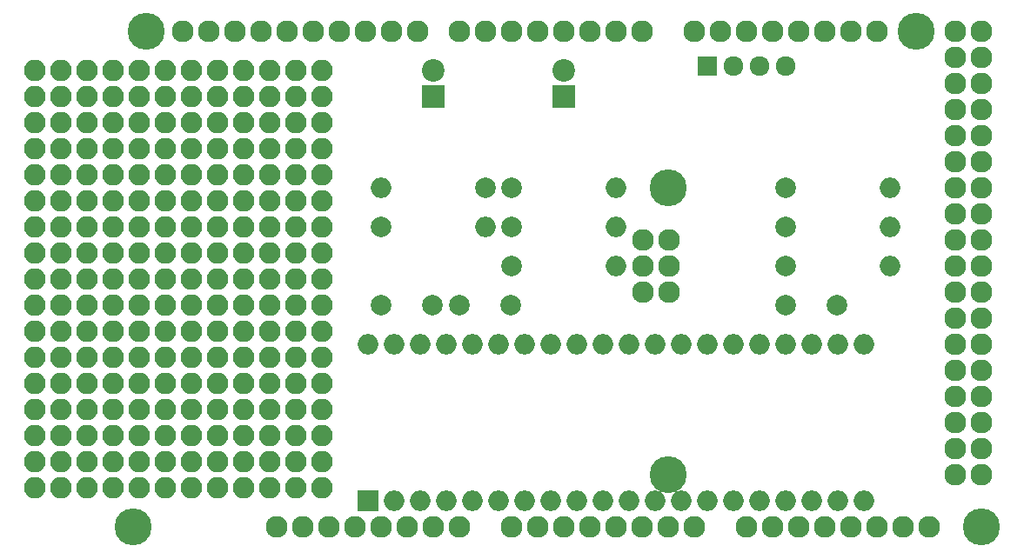
<source format=gts>
G04 #@! TF.FileFunction,Soldermask,Top*
%FSLAX46Y46*%
G04 Gerber Fmt 4.6, Leading zero omitted, Abs format (unit mm)*
G04 Created by KiCad (PCBNEW 4.0.7) date 08/20/19 17:13:51*
%MOMM*%
%LPD*%
G01*
G04 APERTURE LIST*
%ADD10C,0.100000*%
%ADD11C,2.000000*%
%ADD12R,2.200000X2.200000*%
%ADD13C,2.200000*%
%ADD14O,2.000000X2.000000*%
%ADD15R,2.000000X2.000000*%
%ADD16O,2.127200X2.127200*%
%ADD17C,3.600000*%
%ADD18O,2.100000X2.100000*%
%ADD19R,1.924000X1.924000*%
%ADD20C,1.924000*%
G04 APERTURE END LIST*
D10*
D11*
X226060000Y-79375000D03*
X231060000Y-79375000D03*
X186690000Y-79375000D03*
X191690000Y-79375000D03*
X194310000Y-79375000D03*
X199310000Y-79375000D03*
D12*
X191770000Y-59055000D03*
D13*
X191770000Y-56515000D03*
D12*
X204470000Y-59055000D03*
D13*
X204470000Y-56515000D03*
D11*
X186690000Y-71755000D03*
D14*
X196850000Y-71755000D03*
D11*
X196850000Y-67945000D03*
D14*
X186690000Y-67945000D03*
D11*
X199390000Y-75565000D03*
D14*
X209550000Y-75565000D03*
D11*
X226060000Y-67945000D03*
D14*
X236220000Y-67945000D03*
D11*
X226060000Y-71755000D03*
D14*
X236220000Y-71755000D03*
D11*
X199390000Y-67945000D03*
D14*
X209550000Y-67945000D03*
D11*
X226060000Y-75565000D03*
D14*
X236220000Y-75565000D03*
D11*
X199390000Y-71755000D03*
D14*
X209550000Y-71755000D03*
D15*
X185420000Y-98425000D03*
D14*
X233680000Y-83185000D03*
X187960000Y-98425000D03*
X231140000Y-83185000D03*
X190500000Y-98425000D03*
X228600000Y-83185000D03*
X193040000Y-98425000D03*
X226060000Y-83185000D03*
X195580000Y-98425000D03*
X223520000Y-83185000D03*
X198120000Y-98425000D03*
X220980000Y-83185000D03*
X200660000Y-98425000D03*
X218440000Y-83185000D03*
X203200000Y-98425000D03*
X215900000Y-83185000D03*
X205740000Y-98425000D03*
X213360000Y-83185000D03*
X208280000Y-98425000D03*
X210820000Y-83185000D03*
X210820000Y-98425000D03*
X208280000Y-83185000D03*
X213360000Y-98425000D03*
X205740000Y-83185000D03*
X215900000Y-98425000D03*
X203200000Y-83185000D03*
X218440000Y-98425000D03*
X200660000Y-83185000D03*
X220980000Y-98425000D03*
X198120000Y-83185000D03*
X223520000Y-98425000D03*
X195580000Y-83185000D03*
X226060000Y-98425000D03*
X193040000Y-83185000D03*
X228600000Y-98425000D03*
X190500000Y-83185000D03*
X231140000Y-98425000D03*
X187960000Y-83185000D03*
X233680000Y-98425000D03*
X185420000Y-83185000D03*
D16*
X212217000Y-78105000D03*
X214757000Y-78105000D03*
X214757000Y-75565000D03*
X212217000Y-75565000D03*
X214757000Y-73025000D03*
X199390000Y-100965000D03*
X194310000Y-100965000D03*
X191770000Y-100965000D03*
X189230000Y-100965000D03*
X186690000Y-100965000D03*
X184150000Y-100965000D03*
X181610000Y-100965000D03*
X179070000Y-100965000D03*
X234950000Y-52705000D03*
X232410000Y-52705000D03*
X229870000Y-52705000D03*
X227330000Y-52705000D03*
X224790000Y-52705000D03*
X222250000Y-52705000D03*
X219710000Y-52705000D03*
X217170000Y-52705000D03*
X212090000Y-52705000D03*
X209550000Y-52705000D03*
X207010000Y-52705000D03*
X204470000Y-52705000D03*
X201930000Y-52705000D03*
X199390000Y-52705000D03*
X196850000Y-52705000D03*
X194310000Y-52705000D03*
X175006000Y-52705000D03*
X190246000Y-52705000D03*
X187706000Y-52705000D03*
X185166000Y-52705000D03*
D17*
X214630000Y-95885000D03*
X214630000Y-67945000D03*
X238760000Y-52705000D03*
X163830000Y-52705000D03*
X245110000Y-100965000D03*
X162560000Y-100965000D03*
D16*
X167386000Y-52705000D03*
X169926000Y-52705000D03*
X172466000Y-52705000D03*
X177546000Y-52705000D03*
X180086000Y-52705000D03*
X182626000Y-52705000D03*
X176530000Y-100965000D03*
X201930000Y-100965000D03*
X204470000Y-100965000D03*
X207010000Y-100965000D03*
X209550000Y-100965000D03*
X212090000Y-100965000D03*
X214630000Y-100965000D03*
X217170000Y-100965000D03*
X222250000Y-100965000D03*
X224790000Y-100965000D03*
X227330000Y-100965000D03*
X229870000Y-100965000D03*
X232410000Y-100965000D03*
X234950000Y-100965000D03*
X237490000Y-100965000D03*
X240030000Y-100965000D03*
X242570000Y-52705000D03*
X245110000Y-52705000D03*
X242570000Y-55245000D03*
X245110000Y-55245000D03*
X242570000Y-57785000D03*
X245110000Y-57785000D03*
X242570000Y-60325000D03*
X245110000Y-60325000D03*
X242570000Y-62865000D03*
X245110000Y-62865000D03*
X242570000Y-65405000D03*
X245110000Y-65405000D03*
X242570000Y-67945000D03*
X245110000Y-67945000D03*
X242570000Y-70485000D03*
X245110000Y-70485000D03*
X242570000Y-73025000D03*
X245110000Y-73025000D03*
X242570000Y-75565000D03*
X245110000Y-75565000D03*
X242570000Y-78105000D03*
X245110000Y-78105000D03*
X242570000Y-80645000D03*
X245110000Y-80645000D03*
X242570000Y-83185000D03*
X245110000Y-83185000D03*
X242570000Y-85725000D03*
X245110000Y-85725000D03*
X242570000Y-88265000D03*
X245110000Y-88265000D03*
X242570000Y-90805000D03*
X245110000Y-90805000D03*
X242570000Y-93345000D03*
X245110000Y-93345000D03*
X242570000Y-95885000D03*
X245110000Y-95885000D03*
X212217000Y-73025000D03*
D18*
X180975000Y-56515000D03*
X180975000Y-59055000D03*
X180975000Y-61595000D03*
X180975000Y-64135000D03*
X180975000Y-66675000D03*
X180975000Y-69215000D03*
X180975000Y-71755000D03*
X180975000Y-74295000D03*
X180975000Y-76835000D03*
X180975000Y-79375000D03*
X180975000Y-81915000D03*
X180975000Y-84455000D03*
X180975000Y-86995000D03*
X180975000Y-89535000D03*
X180975000Y-92075000D03*
X180975000Y-94615000D03*
X180975000Y-97155000D03*
X175895000Y-56515000D03*
X175895000Y-59055000D03*
X175895000Y-61595000D03*
X175895000Y-64135000D03*
X175895000Y-66675000D03*
X175895000Y-69215000D03*
X175895000Y-71755000D03*
X175895000Y-74295000D03*
X175895000Y-76835000D03*
X175895000Y-79375000D03*
X175895000Y-81915000D03*
X175895000Y-84455000D03*
X175895000Y-86995000D03*
X175895000Y-89535000D03*
X175895000Y-92075000D03*
X175895000Y-94615000D03*
X175895000Y-97155000D03*
X173355000Y-56515000D03*
X173355000Y-59055000D03*
X173355000Y-61595000D03*
X173355000Y-64135000D03*
X173355000Y-66675000D03*
X173355000Y-69215000D03*
X173355000Y-71755000D03*
X173355000Y-74295000D03*
X173355000Y-76835000D03*
X173355000Y-79375000D03*
X173355000Y-81915000D03*
X173355000Y-84455000D03*
X173355000Y-86995000D03*
X173355000Y-89535000D03*
X173355000Y-92075000D03*
X173355000Y-94615000D03*
X173355000Y-97155000D03*
X170815000Y-56515000D03*
X170815000Y-59055000D03*
X170815000Y-61595000D03*
X170815000Y-64135000D03*
X170815000Y-66675000D03*
X170815000Y-69215000D03*
X170815000Y-71755000D03*
X170815000Y-74295000D03*
X170815000Y-76835000D03*
X170815000Y-79375000D03*
X170815000Y-81915000D03*
X170815000Y-84455000D03*
X170815000Y-86995000D03*
X170815000Y-89535000D03*
X170815000Y-92075000D03*
X170815000Y-94615000D03*
X170815000Y-97155000D03*
X168275000Y-56515000D03*
X168275000Y-59055000D03*
X168275000Y-61595000D03*
X168275000Y-64135000D03*
X168275000Y-66675000D03*
X168275000Y-69215000D03*
X168275000Y-71755000D03*
X168275000Y-74295000D03*
X168275000Y-76835000D03*
X168275000Y-79375000D03*
X168275000Y-81915000D03*
X168275000Y-84455000D03*
X168275000Y-86995000D03*
X168275000Y-89535000D03*
X168275000Y-92075000D03*
X168275000Y-94615000D03*
X168275000Y-97155000D03*
X165735000Y-56515000D03*
X165735000Y-59055000D03*
X165735000Y-61595000D03*
X165735000Y-64135000D03*
X165735000Y-66675000D03*
X165735000Y-69215000D03*
X165735000Y-71755000D03*
X165735000Y-74295000D03*
X165735000Y-76835000D03*
X165735000Y-79375000D03*
X165735000Y-81915000D03*
X165735000Y-84455000D03*
X165735000Y-86995000D03*
X165735000Y-89535000D03*
X165735000Y-92075000D03*
X165735000Y-94615000D03*
X165735000Y-97155000D03*
X163195000Y-56515000D03*
X163195000Y-59055000D03*
X163195000Y-61595000D03*
X163195000Y-64135000D03*
X163195000Y-66675000D03*
X163195000Y-69215000D03*
X163195000Y-71755000D03*
X163195000Y-74295000D03*
X163195000Y-76835000D03*
X163195000Y-79375000D03*
X163195000Y-81915000D03*
X163195000Y-84455000D03*
X163195000Y-86995000D03*
X163195000Y-89535000D03*
X163195000Y-92075000D03*
X163195000Y-94615000D03*
X163195000Y-97155000D03*
X160655000Y-56515000D03*
X160655000Y-59055000D03*
X160655000Y-61595000D03*
X160655000Y-64135000D03*
X160655000Y-66675000D03*
X160655000Y-69215000D03*
X160655000Y-71755000D03*
X160655000Y-74295000D03*
X160655000Y-76835000D03*
X160655000Y-79375000D03*
X160655000Y-81915000D03*
X160655000Y-84455000D03*
X160655000Y-86995000D03*
X160655000Y-89535000D03*
X160655000Y-92075000D03*
X160655000Y-94615000D03*
X160655000Y-97155000D03*
X158115000Y-56515000D03*
X158115000Y-59055000D03*
X158115000Y-61595000D03*
X158115000Y-64135000D03*
X158115000Y-66675000D03*
X158115000Y-69215000D03*
X158115000Y-71755000D03*
X158115000Y-74295000D03*
X158115000Y-76835000D03*
X158115000Y-79375000D03*
X158115000Y-81915000D03*
X158115000Y-84455000D03*
X158115000Y-86995000D03*
X158115000Y-89535000D03*
X158115000Y-92075000D03*
X158115000Y-94615000D03*
X158115000Y-97155000D03*
X155575000Y-56515000D03*
X155575000Y-59055000D03*
X155575000Y-61595000D03*
X155575000Y-64135000D03*
X155575000Y-66675000D03*
X155575000Y-69215000D03*
X155575000Y-71755000D03*
X155575000Y-74295000D03*
X155575000Y-76835000D03*
X155575000Y-79375000D03*
X155575000Y-81915000D03*
X155575000Y-84455000D03*
X155575000Y-86995000D03*
X155575000Y-89535000D03*
X155575000Y-92075000D03*
X155575000Y-94615000D03*
X155575000Y-97155000D03*
X153035000Y-56515000D03*
X153035000Y-59055000D03*
X153035000Y-61595000D03*
X153035000Y-64135000D03*
X153035000Y-66675000D03*
X153035000Y-69215000D03*
X153035000Y-71755000D03*
X153035000Y-74295000D03*
X153035000Y-76835000D03*
X153035000Y-79375000D03*
X153035000Y-81915000D03*
X153035000Y-84455000D03*
X153035000Y-86995000D03*
X153035000Y-89535000D03*
X153035000Y-92075000D03*
X153035000Y-94615000D03*
X153035000Y-97155000D03*
X178435000Y-56515000D03*
X178435000Y-59055000D03*
X178435000Y-61595000D03*
X178435000Y-64135000D03*
X178435000Y-66675000D03*
X178435000Y-69215000D03*
X178435000Y-71755000D03*
X178435000Y-74295000D03*
X178435000Y-76835000D03*
X178435000Y-79375000D03*
X178435000Y-81915000D03*
X178435000Y-84455000D03*
X178435000Y-86995000D03*
X178435000Y-89535000D03*
X178435000Y-92075000D03*
X178435000Y-94615000D03*
X178435000Y-97155000D03*
D19*
X218405000Y-56030000D03*
D20*
X220945000Y-56030000D03*
X223485000Y-56030000D03*
X226025000Y-56030000D03*
M02*

</source>
